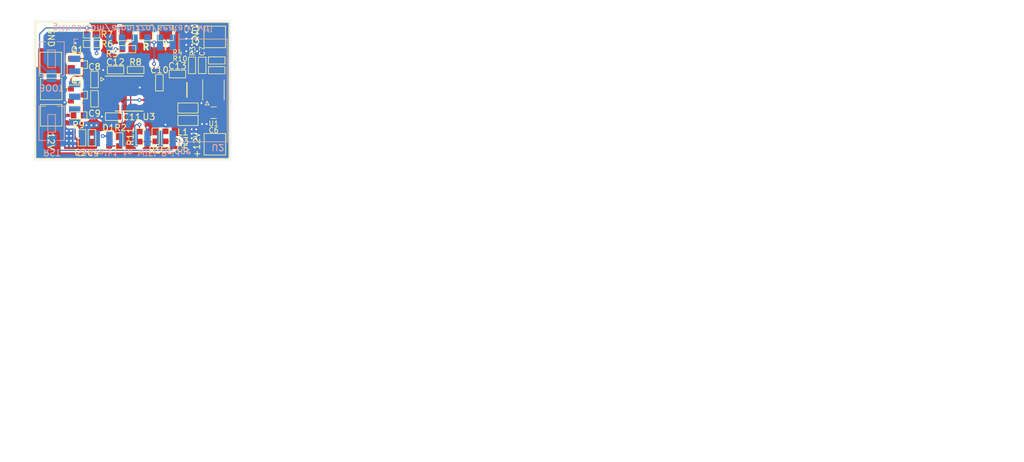
<source format=kicad_pcb>
(kicad_pcb (version 20220621) (generator pcbnew)
  (layers (0 "F.Cu" signal) (31 "B.Cu" signal) (34 "B.Paste" user) (35 "F.Paste" user) (36 "B.SilkS" user "B.Silkscreen") (37 "F.SilkS" user "F.Silkscreen") (38 "B.Mask" user) (39 "F.Mask" user) (44 "Edge.Cuts" user))
  (net 0 "")
  (net 1 "GND")
  (net 2 "+3V3")
  (net 3 "/12VFB")
  (net 4 "+12V")
  (net 11 "/~{RST}")
  (net 12 "/BOOT")
  (net 13 "/UART0_RXD")
  (net 14 "/SEATALK1")
  (net 16 "/C1P")
  (net 17 "/C1M")
  (net 18 "/UART0_TXD")
  (net 19 "/C2P")
  (net 20 "/C2M")
  (net 21 "/VM")
  (net 22 "/LED")
  (net 24 "/VP")
  (net 25 "/BST")
  (net 26 "/SW")
  (net 27 "Net-(D1-A)")
  (net 28 "/TXD")
  (net 29 "/RXD")
  (net 30 "/SW_EN")
  (net 33 "/UART1_TXD")
  (net 34 "/GPIO15")
  (net 35 "/ROUT")
  (net 36 "Net-(U2-GPIO14)")
  (net 38 "Net-(U2-GPIO16)")
  (footprint "resistor_SMD:R_0603_1608Metric" (layer "F.Cu") (at 151.8 95.25)
    (fp_text reference "R4" (at -6.2 -1.25) (layer "F.SilkS") (effects (font (size 0.8 0.8) (thickness 0.12))))
    (fp_text value "24K")
    (pad "1" smd rect (at -0.7875 0) (size 0.875 0.95) (layers "F.Cu" "F.Paste" "F.Mask") (net 3 "/12VFB"))
    (pad "2" smd rect (at 0.7875 0) (size 0.875 0.95) (layers "F.Cu" "F.Paste" "F.Mask") (net 1 "GND"))
  )
  (footprint "led_SMD:LED_0603_1608Metric" (layer "F.Cu") (at 134.8 108 90)
    (fp_text reference "D1" (at 2.0828 -0.1) (layer "F.SilkS"))
    (fp_text value "LED_A1K2")
    (pad "1" smd roundrect locked (at -0.7875 0 90) (size 0.875 0.95) (layers "F.Cu" "F.Paste" "F.Mask") (net 27 "Net-(D1-A)"))
    (pad "2" smd roundrect locked (at 0.7875 0 90) (size 0.875 0.95) (layers "F.Cu" "F.Paste" "F.Mask") (net 22 "/LED"))
  )
  (footprint "resistor_SMD:R_0603_1608Metric" (layer "F.Cu") (at 151.8 96.81 180)
    (fp_text reference "R10" (at 5.8 1.81) (layer "F.SilkS") (effects (font (size 0.8 0.8) (thickness 0.12))))
    (fp_text value "10K")
    (pad "1" smd rect (at -0.7875 0 180) (size 0.875 0.95) (layers "F.Cu" "F.Paste" "F.Mask") (net 4 "+12V"))
    (pad "2" smd rect (at 0.7875 0 180) (size 0.875 0.95) (layers "F.Cu" "F.Paste" "F.Mask") (net 30 "/SW_EN"))
  )
  (footprint "capacitor_SMD:C_0603_1608Metric" (layer "F.Cu") (at 149.5 96.04 90)
    (fp_text reference "C7" (at 2.24 0 90) (layer "F.SilkS") (effects (font (size 0.8 0.8) (thickness 0.12))))
    (fp_text value "47pF")
    (pad "1" smd rect (at -0.7875 0 90) (size 0.875 0.95) (layers "F.Cu" "F.Paste" "F.Mask") (net 2 "+3V3"))
    (pad "2" smd rect (at 0.7875 0 90) (size 0.875 0.95) (layers "F.Cu" "F.Paste" "F.Mask") (net 3 "/12VFB"))
  )
  (footprint "bourns:INDC3225X120N" (layer "F.Cu") (at 147.1022 99.9133)
    (fp_text reference "L1" (at -0.66 6.68) (layer "F.SilkS"))
    (fp_text value "3.3uH" hide)
    (pad "1" smd rect (at -1.15 0) (size 1.85 2.8) (layers "F.Cu" "F.Paste" "F.Mask") (net 2 "+3V3"))
    (pad "2" smd rect (at 1.15 0) (size 1.85 2.8) (layers "F.Cu" "F.Paste" "F.Mask") (net 26 "/SW"))
  )
  (footprint "capacitor_SMD:C_0603_1608Metric" (layer "F.Cu") (at 132.4864 101.3205 -90)
    (fp_text reference "C9" (at 2.3115 0 -180) (layer "F.SilkS"))
    (fp_text value "0.1uF")
    (pad "1" smd rect (at -0.7875 0 270) (size 0.875 0.95) (layers "F.Cu" "F.Paste" "F.Mask") (net 19 "/C2P"))
    (pad "2" smd rect (at 0.7875 0 270) (size 0.875 0.95) (layers "F.Cu" "F.Paste" "F.Mask") (net 20 "/C2M"))
  )
  (footprint "test_point:TestPoint_Pad_3.0x3.0mm" (layer "F.Cu") (at 125.6284 99.7712)
    (fp_text reference "MK5" hide)
    (fp_text value "SeaTalk1")
    (pad "1" smd rect locked (at 0 0) (size 3 3) (layers "F.Cu" "F.Mask") (net 14 "/SEATALK1"))
  )
  (footprint "package_TO_SOT_SMD:SOT23-3" (layer "F.Cu") (at 129.7686 95.9104)
    (fp_text reference "Q1" (at -0.0086 -2.3404) (layer "F.SilkS"))
    (fp_text value "2n7002")
    (pad "1" smd rect (at -1 -0.95) (size 0.9 0.8) (layers "F.Cu" "F.Paste" "F.Mask") (net 28 "/TXD"))
    (pad "2" smd rect (at -1 0.95) (size 0.9 0.8) (layers "F.Cu" "F.Paste" "F.Mask") (net 1 "GND"))
    (pad "3" smd rect (at 1 0) (size 0.9 0.8) (layers "F.Cu" "F.Paste" "F.Mask") (net 14 "/SEATALK1"))
  )
  (footprint "resistor_SMD:R_0603_1608Metric" (layer "F.Cu") (at 136.4 108 -90)
    (fp_text reference "R2" (at -2.1 -0.2) (layer "F.SilkS"))
    (fp_text value "1000")
    (pad "1" smd rect (at -0.7875 0 270) (size 0.875 0.95) (layers "F.Cu" "F.Paste" "F.Mask") (net 2 "+3V3"))
    (pad "2" smd rect (at 0.7875 0 270) (size 0.875 0.95) (layers "F.Cu" "F.Paste" "F.Mask") (net 27 "Net-(D1-A)"))
  )
  (footprint "test_point:TestPoint_Pad_3.0x3.0mm" (layer "F.Cu") (at 125.5776 95.6564)
    (fp_text reference "MK8" hide)
    (fp_text value "GND")
    (pad "1" smd rect locked (at 0 0) (size 3 3) (layers "F.Cu" "F.Mask") (net 1 "GND"))
  )
  (footprint "capacitor_SMD:C_0603_1608Metric" (layer "F.Cu") (at 143.7 107.25 90)
    (fp_text reference "C1" (at -2.2 0.15 180) (layer "F.SilkS"))
    (fp_text value "0.1uF")
    (pad "1" smd rect (at -0.7875 0 90) (size 0.875 0.95) (layers "F.Cu" "F.Paste" "F.Mask") (net 11 "/~{RST}"))
    (pad "2" smd rect (at 0.7875 0 90) (size 0.875 0.95) (layers "F.Cu" "F.Paste" "F.Mask") (net 1 "GND"))
  )
  (footprint "package_SO:TSSOP-16_4.4x5mm_P0.65mm" (layer "F.Cu") (at 137.9728 100.5332)
    (fp_text reference "U3" (at 3.1242 3.6322) (layer "F.SilkS"))
    (fp_text value "MAX3221_TSSOP16")
    (pad "1" smd rect locked (at -2.95 -2.275) (size 1.5 0.45) (layers "F.Cu" "F.Paste" "F.Mask") (net 1 "GND"))
    (pad "2" smd rect locked (at -2.95 -1.625) (size 1.5 0.45) (layers "F.Cu" "F.Paste" "F.Mask") (net 16 "/C1P"))
    (pad "3" smd rect locked (at -2.95 -0.975) (size 1.5 0.45) (layers "F.Cu" "F.Paste" "F.Mask") (net 24 "/VP"))
    (pad "4" smd rect locked (at -2.95 -0.325) (size 1.5 0.45) (layers "F.Cu" "F.Paste" "F.Mask") (net 17 "/C1M"))
    (pad "5" smd rect locked (at -2.95 0.325) (size 1.5 0.45) (layers "F.Cu" "F.Paste" "F.Mask") (net 19 "/C2P"))
    (pad "6" smd rect locked (at -2.95 0.975) (size 1.5 0.45) (layers "F.Cu" "F.Paste" "F.Mask") (net 20 "/C2M"))
    (pad "7" smd rect locked (at -2.95 1.625) (size 1.5 0.45) (layers "F.Cu" "F.Paste" "F.Mask") (net 21 "/VM"))
    (pad "8" smd rect locked (at -2.95 2.275) (size 1.5 0.45) (layers "F.Cu" "F.Paste" "F.Mask") (net 29 "/RXD"))
    (pad "9" smd rect locked (at 2.95 2.275) (size 1.5 0.45) (layers "F.Cu" "F.Paste" "F.Mask") (net 35 "/ROUT"))
    (pad "10" smd rect locked (at 2.95 1.625) (size 1.5 0.45) (layers "F.Cu" "F.Paste" "F.Mask"))
    (pad "11" smd rect locked (at 2.95 0.975) (size 1.5 0.45) (layers "F.Cu" "F.Paste" "F.Mask") (net 36 "Net-(U2-GPIO14)"))
    (pad "12" smd rect locked (at 2.95 0.325) (size 1.5 0.45) (layers "F.Cu" "F.Paste" "F.Mask") (net 2 "+3V3"))
    (pad "13" smd rect locked (at 2.95 -0.325) (size 1.5 0.45) (layers "F.Cu" "F.Paste" "F.Mask") (net 28 "/TXD"))
    (pad "14" smd rect locked (at 2.95 -0.975) (size 1.5 0.45) (layers "F.Cu" "F.Paste" "F.Mask") (net 1 "GND"))
    (pad "15" smd rect locked (at 2.95 -1.625) (size 1.5 0.45) (layers "F.Cu" "F.Paste" "F.Mask") (net 2 "+3V3"))
    (pad "16" smd rect locked (at 2.95 -2.275) (size 1.5 0.45) (layers "F.Cu" "F.Paste" "F.Mask") (net 2 "+3V3"))
  )
  (footprint "capacitor_SMD:C_0805_2012Metric" (layer "F.Cu") (at 147.27 104.75)
    (fp_text reference "C5" (at -0.86 4.47) (layer "F.SilkS"))
    (fp_text value "22uF")
    (pad "1" smd rect (at -0.85 0) (size 1.15 1.4) (layers "F.Cu" "F.Paste" "F.Mask") (net 2 "+3V3"))
    (pad "2" smd rect (at 0.85 0) (size 1.15 1.4) (layers "F.Cu" "F.Paste" "F.Mask") (net 1 "GND"))
  )
  (footprint "resistor_SMD:R_0603_1608Metric" (layer "F.Cu") (at 139.6 107.3 90)
    (fp_text reference "R11" (at 0 -1.43 90) (layer "F.SilkS"))
    (fp_text value "10K")
    (pad "1" smd rect (at -0.7875 0 90) (size 0.875 0.95) (layers "F.Cu" "F.Paste" "F.Mask") (net 11 "/~{RST}"))
    (pad "2" smd rect (at 0.7875 0 90) (size 0.875 0.95) (layers "F.Cu" "F.Paste" "F.Mask") (net 38 "Net-(U2-GPIO16)"))
  )
  (footprint "resistor_SMD:R_0603_1608Metric" (layer "F.Cu") (at 138.9888 96.774 180)
    (fp_text reference "R8" (at 0.0254 1.2446) (layer "F.SilkS"))
    (fp_text value "10K")
    (pad "1" smd rect (at -0.7875 0 180) (size 0.875 0.95) (layers "F.Cu" "F.Paste" "F.Mask") (net 13 "/UART0_RXD"))
    (pad "2" smd rect (at 0.7875 0 180) (size 0.875 0.95) (layers "F.Cu" "F.Paste" "F.Mask") (net 35 "/ROUT"))
  )
  (footprint "capacitor_SMD:C_1206_3216Metric" (layer "F.Cu") (at 151.3232 103.514 180)
    (fp_text reference "C6" (at 0.0032 -2.7827) (layer "F.SilkS") (effects (font (size 0.8 0.8) (thickness 0.12))))
    (fp_text value "10uF")
    (pad "1" smd rect locked (at -1.4 0 180) (size 1.25 1.75) (layers "F.Cu" "F.Paste" "F.Mask") (net 4 "+12V"))
    (pad "2" smd rect locked (at 1.4 0 180) (size 1.25 1.75) (layers "F.Cu" "F.Paste" "F.Mask") (net 1 "GND"))
  )
  (footprint "capacitor_SMD:C_0603_1608Metric" (layer "F.Cu") (at 145.6 97.41 180)
    (fp_text reference "C13" (at 0 1.27) (layer "F.SilkS"))
    (fp_text value "0.1uF")
    (pad "1" smd rect (at -0.7875 0 180) (size 0.875 0.95) (layers "F.Cu" "F.Paste" "F.Mask") (net 25 "/BST"))
    (pad "2" smd rect (at 0.7875 0 180) (size 0.875 0.95) (layers "F.Cu" "F.Paste" "F.Mask") (net 26 "/SW"))
  )
  (footprint "resistor_SMD:R_0603_1608Metric" (layer "F.Cu") (at 132.0292 92.6592 180)
    (fp_text reference "R6" (at -2.4384 0) (layer "F.SilkS"))
    (fp_text value "10K")
    (pad "1" smd rect (at -0.7875 0 180) (size 0.875 0.95) (layers "F.Cu" "F.Paste" "F.Mask") (net 34 "/GPIO15"))
    (pad "2" smd rect (at 0.7875 0 180) (size 0.875 0.95) (layers "F.Cu" "F.Paste" "F.Mask") (net 1 "GND"))
  )
  (footprint "capacitor_SMD:C_0603_1608Metric" (layer "F.Cu") (at 132.4864 98.2726 -90)
    (fp_text reference "C8" (at -1.9926 0.0064 -180) (layer "F.SilkS"))
    (fp_text value "0.1uF")
    (pad "1" smd rect (at -0.7875 0 270) (size 0.875 0.95) (layers "F.Cu" "F.Paste" "F.Mask") (net 16 "/C1P"))
    (pad "2" smd rect (at 0.7875 0 270) (size 0.875 0.95) (layers "F.Cu" "F.Paste" "F.Mask") (net 17 "/C1M"))
  )
  (footprint "capacitor_SMD:C_0603_1608Metric" (layer "F.Cu") (at 135.8138 96.774 180)
    (fp_text reference "C12" (at 0.0254 1.2446) (layer "F.SilkS"))
    (fp_text value "0.1uF")
    (pad "1" smd rect (at -0.7875 0 180) (size 0.875 0.95) (layers "F.Cu" "F.Paste" "F.Mask") (net 24 "/VP"))
    (pad "2" smd rect (at 0.7875 0 180) (size 0.875 0.95) (layers "F.Cu" "F.Paste" "F.Mask") (net 1 "GND"))
  )
  (footprint "capacitor_SMD:C_0603_1608Metric" (layer "F.Cu") (at 135.509 104.14 180)
    (fp_text reference "C11" (at -2.891 -0.06) (layer "F.SilkS"))
    (fp_text value "0.1uF")
    (pad "1" smd rect (at -0.7875 0 180) (size 0.875 0.95) (layers "F.Cu" "F.Paste" "F.Mask") (net 21 "/VM"))
    (pad "2" smd rect (at 0.7875 0 180) (size 0.875 0.95) (layers "F.Cu" "F.Paste" "F.Mask") (net 1 "GND"))
  )
  (footprint "package_TO_SOT_SMD:SOT23-6" (layer "F.Cu") (at 151.29 99.91 90)
    (fp_text reference "U1" (at -5.33 0.0322 180) (layer "F.SilkS") (effects (font (size 0.8 0.8) (thickness 0.12))))
    (fp_text value "AP62300_SOT23-6")
    (pad "1" smd rect (at -1.1 -0.95 90) (size 1.06 0.65) (layers "F.Cu" "F.Paste" "F.Mask") (net 1 "GND"))
    (pad "2" smd rect (at -1.1 0 90) (size 1.06 0.65) (layers "F.Cu" "F.Paste" "F.Mask") (net 26 "/SW"))
    (pad "3" smd rect (at -1.1 0.95 90) (size 1.06 0.65) (layers "F.Cu" "F.Paste" "F.Mask") (net 4 "+12V"))
    (pad "4" smd rect (at 1.1 0.95 90) (size 1.06 0.65) (layers "F.Cu" "F.Paste" "F.Mask") (net 3 "/12VFB"))
    (pad "5" smd rect (at 1.1 0 90) (size 1.06 0.65) (layers "F.Cu" "F.Paste" "F.Mask") (net 30 "/SW_EN"))
    (pad "6" smd rect (at 1.1 -0.95 90) (size 1.06 0.65) (layers "F.Cu" "F.Paste" "F.Mask") (net 25 "/BST"))
  )
  (footprint "package_TO_SOT_SMD:SOT23-3" (layer "F.Cu") (at 129.7686 100.72)
    (fp_text reference "Q2" (at 0 -2.32) (layer "F.SilkS"))
    (fp_text value "BSS138")
    (pad "1" smd rect (at -1 -0.95) (size 0.9 0.8) (layers "F.Cu" "F.Paste" "F.Mask") (net 14 "/SEATALK1"))
    (pad "2" smd rect (at -1 0.95) (size 0.9 0.8) (layers "F.Cu" "F.Paste" "F.Mask") (net 1 "GND"))
    (pad "3" smd rect (at 1 0) (size 0.9 0.8) (layers "F.Cu" "F.Paste" "F.Mask") (net 29 "/RXD"))
  )
  (footprint "test_point:TestPoint_Pad_2.0x2.0mm" (layer "F.Cu") (at 140.592 90.932)
    (fp_text reference "MK4" hide)
    (fp_text value "RXD")
    (pad "1" smd rect locked (at 0 0) (size 2 2) (layers "F.Cu" "F.Mask") (net 13 "/UART0_RXD"))
  )
  (footprint "capacitor_SMD:C_0603_1608Metric" (layer "F.Cu") (at 130.5052 107.4928 -90)
    (fp_text reference "C2" (at 2.3368 0.2286) (layer "F.SilkS"))
    (fp_text value "0.1uF")
    (pad "1" smd rect (at -0.7875 0 270) (size 0.875 0.95) (layers "F.Cu" "F.Paste" "F.Mask") (net 2 "+3V3"))
    (pad "2" smd rect (at 0.7875 0 270) (size 0.875 0.95) (layers "F.Cu" "F.Paste" "F.Mask") (net 1 "GND"))
  )
  (footprint "capacitor_SMD:C_0603_1608Metric" (layer "F.Cu") (at 132.08 107.4928 -90)
    (fp_text reference "C4" (at 2.3622 -0.2032) (layer "F.SilkS"))
    (fp_text value "1uF")
    (pad "1" smd rect (at -0.7875 0 270) (size 0.875 0.95) (layers "F.Cu" "F.Paste" "F.Mask") (net 2 "+3V3"))
    (pad "2" smd rect (at 0.7875 0 270) (size 0.875 0.95) (layers "F.Cu" "F.Paste" "F.Mask") (net 1 "GND"))
  )
  (footprint "resistor_SMD:R_0603_1608Metric" (layer "F.Cu") (at 147.9 96.04 90)
    (fp_text reference "R3" (at 2.24 0.1 90) (layer "F.SilkS") (effects (font (size 0.8 0.8) (thickness 0.12))))
    (fp_text value "75K")
    (pad "1" smd rect (at -0.7875 0 90) (size 0.875 0.95) (layers "F.Cu" "F.Paste" "F.Mask") (net 2 "+3V3"))
    (pad "2" smd rect (at 0.7875 0 90) (size 0.875 0.95) (layers "F.Cu" "F.Paste" "F.Mask") (net 3 "/12VFB"))
  )
  (footprint "resistor_SMD:R_0603_1608Metric" (layer "F.Cu") (at 132.0292 91.1352 180)
    (fp_text reference "R7" (at -2.413 0) (layer "F.SilkS"))
    (fp_text value "10K")
    (pad "1" smd rect (at -0.7875 0 180) (size 0.875 0.95) (layers "F.Cu" "F.Paste" "F.Mask") (net 2 "+3V3"))
    (pad "2" smd rect (at 0.7875 0 180) (size 0.875 0.95) (layers "F.Cu" "F.Paste" "F.Mask") (net 12 "/BOOT"))
  )
  (footprint "capacitor_SMD:C_0603_1608Metric" (layer "F.Cu") (at 142.748 98.7806 -90)
    (fp_text reference "C10" (at -2.0066 0 -180) (layer "F.SilkS"))
    (fp_text value "0.1uF")
    (pad "1" smd rect (at -0.7875 0 270) (size 0.875 0.95) (layers "F.Cu" "F.Paste" "F.Mask") (net 2 "+3V3"))
    (pad "2" smd rect (at 0.7875 0 270) (size 0.875 0.95) (layers "F.Cu" "F.Paste" "F.Mask") (net 1 "GND"))
  )
  (footprint "test_point:TestPoint_Pad_3.0x3.0mm" (layer "F.Cu") (at 151.52 108.51)
    (fp_text reference "MK1" hide)
    (fp_text value "+12V")
    (pad "1" smd rect locked (at 0 0) (size 3 3) (layers "F.Cu" "F.Mask") (net 4 "+12V"))
  )
  (footprint "test_point:TestPoint_Pad_3.0x3.0mm" (layer "F.Cu") (at 151.5 91.54)
    (fp_text reference "MK2" hide)
    (fp_text value "GND")
    (pad "1" smd rect locked (at 0 0) (size 3 3) (layers "F.Cu" "F.Mask") (net 1 "GND"))
  )
  (footprint "test_point:TestPoint_Pad_3.0x3.0mm" (layer "F.Cu") (at 125.6284 103.9368)
    (fp_text reference "MK7" hide)
    (fp_text value "SEATALK_12V")
    (pad "1" smd rect locked (at 0 0) (size 3 3) (layers "F.Cu" "F.Mask") (net 4 "+12V"))
  )
  (footprint "test_point:TestPoint_Pad_2.0x2.0mm" (layer "F.Cu") (at 143.742 90.932)
    (fp_text reference "MK3" hide)
    (fp_text value "TXD")
    (pad "1" smd rect locked (at 0 0) (size 2 2) (layers "F.Cu" "F.Mask") (net 18 "/UART0_TXD"))
  )
  (footprint "resistor_SMD:R_0603_1608Metric" (layer "F.Cu") (at 142.15 107.25 -90)
    (fp_text reference "R1" (at 2.2 0.15) (layer "F.SilkS"))
    (fp_text value "10K")
    (pad "1" smd rect (at -0.7875 0 270) (size 0.875 0.95) (layers "F.Cu" "F.Paste" "F.Mask") (net 2 "+3V3"))
    (pad "2" smd rect (at 0.7875 0 270) (size 0.875 0.95) (layers "F.Cu" "F.Paste" "F.Mask") (net 11 "/~{RST}"))
  )
  (footprint "resistor_SMD:R_0603_1608Metric" (layer "F.Cu") (at 129.97 103.94 180)
    (fp_text reference "R9" (at 0.01 -1.51) (layer "F.SilkS"))
    (fp_text value "4700")
    (pad "1" smd rect (at -0.7875 0 180) (size 0.875 0.95) (layers "F.Cu" "F.Paste" "F.Mask") (net 29 "/RXD"))
    (pad "2" smd rect (at 0.7875 0 180) (size 0.875 0.95) (layers "F.Cu" "F.Paste" "F.Mask") (net 4 "+12V"))
  )
  (footprint "test_point:TestPoint_Pad_2.0x2.0mm" (layer "F.Cu") (at 137.4648 90.932)
    (fp_text reference "MK6" hide)
    (fp_text value "UART1")
    (pad "1" smd rect locked (at 0 0) (size 2 2) (layers "F.Cu" "F.Mask") (net 33 "/UART1_TXD"))
  )
  (footprint "capacitor_SMD:C_0805_2012Metric" (layer "F.Cu") (at 147.27 102.78)
    (fp_text reference "C3" (at -0.85 5.22) (layer "F.SilkS"))
    (fp_text value "22uF")
    (pad "1" smd rect (at -0.85 0) (size 1.15 1.4) (layers "F.Cu" "F.Paste" "F.Mask") (net 2 "+3V3"))
    (pad "2" smd rect (at 0.85 0) (size 1.15 1.4) (layers "F.Cu" "F.Paste" "F.Mask") (net 1 "GND"))
  )
  (footprint "resistor_SMD:R_0603_1608Metric" (layer "F.Cu") (at 137.6934 93.472 180)
    (fp_text reference "R5" (at 2.4384 -0.7366 180) (layer "F.SilkS"))
    (fp_text value "10K")
    (pad "1" smd rect (at -0.7875 0 180) (size 0.875 0.95) (layers "F.Cu" "F.Paste" "F.Mask") (net 2 "+3V3"))
    (pad "2" smd rect (at 0.7875 0 180) (size 0.875 0.95) (layers "F.Cu" "F.Paste" "F.Mask") (net 33 "/UART1_TXD"))
  )
  (footprint "apem:ADTSM31NV" (layer "B.Cu") (at 125.7 95 -90)
    (fp_text reference "SW2" hide)
    (fp_text value "SW_SPST")
    (pad "1" smd rect (at -2.7 0 270) (size 2 1.6) (layers "B.Cu" "B.Paste" "B.Mask") (net 1 "GND"))
    (pad "2" smd rect (at 2.7 0 270) (size 2 1.6) (layers "B.Cu" "B.Paste" "B.Mask") (net 12 "/BOOT"))
  )
  (footprint "apem:ADTSM31NV" (layer "B.Cu") (at 125.7 105.2 -90)
    (fp_text reference "SW1" hide)
    (fp_text value "SW_SPST")
    (pad "1" smd rect (at -2.7 0 270) (size 2 1.6) (layers "B.Cu" "B.Paste" "B.Mask") (net 1 "GND"))
    (pad "2" smd rect (at 2.7 0 270) (size 2 1.6) (layers "B.Cu" "B.Paste" "B.Mask") (net 11 "/~{RST}"))
  )
  (footprint "espressif:ESP-12E" (layer "B.Cu") (at 141.35 100 90)
    (fp_text reference "U2" (at -9 10.65 180 unlocked) (layer "B.SilkS") (effects (justify mirror)))
    (fp_text value "ESP-12E")
    (pad "1" smd rect (at -7.6 3.5 90) (size 2.5 1) (layers "B.Cu" "B.Paste" "B.Mask") (net 11 "/~{RST}"))
    (pad "2" smd rect (at -7.6 1.5 90) (size 2.5 1) (layers "B.Cu" "B.Paste" "B.Mask"))
    (pad "3" smd rect (at -7.6 -0.5 90) (size 2.5 1) (layers "B.Cu" "B.Paste" "B.Mask") (net 2 "+3V3"))
    (pad "4" smd rect (at -7.6 -2.5 90) (size 2.5 1) (layers "B.Cu" "B.Paste" "B.Mask") (net 38 "Net-(U2-GPIO16)"))
    (pad "5" smd rect (at -7.6 -4.5 90) (size 2.5 1) (layers "B.Cu" "B.Paste" "B.Mask") (net 36 "Net-(U2-GPIO14)"))
    (pad "6" smd rect (at -7.6 -6.5 90) (size 2.5 1) (layers "B.Cu" "B.Paste" "B.Mask") (net 22 "/LED"))
    (pad "7" smd rect (at -7.6 -8.5 90) (size 2.5 1) (layers "B.Cu" "B.Paste" "B.Mask"))
    (pad "8" smd rect (at -7.6 -10.5 90) (size 2.5 1) (layers "B.Cu" "B.Paste" "B.Mask") (net 2 "+3V3"))
    (pad "9" smd rect (at -5 -12 90) (size 1 1.8) (layers "B.Cu" "B.Paste" "B.Mask"))
    (pad "10" smd rect (at -3 -12 90) (size 1 1.8) (layers "B.Cu" "B.Paste" "B.Mask"))
    (pad "11" smd rect (at -1 -12 90) (size 1 1.8) (layers "B.Cu" "B.Paste" "B.Mask"))
    (pad "12" smd rect (at 1 -12 90) (size 1 1.8) (layers "B.Cu" "B.Paste" "B.Mask"))
    (pad "13" smd rect (at 3 -12 90) (size 1 1.8) (layers "B.Cu" "B.Paste" "B.Mask"))
    (pad "14" smd rect (at 5 -12 90) (size 1 1.8) (layers "B.Cu" "B.Paste" "B.Mask"))
    (pad "15" smd rect (at 7.6 -10.5 90) (size 2.5 1) (layers "B.Cu" "B.Paste" "B.Mask") (net 1 "GND"))
    (pad "16" smd rect (at 7.6 -8.5 90) (size 2.5 1) (layers "B.Cu" "B.Paste" "B.Mask") (net 34 "/GPIO15"))
    (pad "17" smd rect (at 7.6 -6.5 90) (size 2.5 1) (layers "B.Cu" "B.Paste" "B.Mask") (net 33 "/UART1_TXD"))
    (pad "18" smd rect (at 7.6 -4.5 90) (size 2.5 1) (layers "B.Cu" "B.Paste" "B.Mask") (net 12 "/BOOT"))
    (pad "19" smd rect (at 7.6 -2.5 90) (size 2.5 1) (layers "B.Cu" "B.Paste" "B.Mask"))
    (pad "20" smd rect (at 7.6 -0.5 90) (size 2.5 1) (layers "B.Cu" "B.Paste" "B.Mask"))
    (pad "21" smd rect (at 7.6 1.5 90) (size 2.5 1) (layers "B.Cu" "B.Paste" "B.Mask") (net 13 "/UART0_RXD"))
    (pad "22" smd rect (at 7.6 3.5 90) (size 2.5 1) (layers "B.Cu" "B.Paste" "B.Mask") (net 18 "/UART0_TXD"))
  )
  (gr_line (start 123.2 110.75) (end 123.2 89.25) (stroke (width 0.12)) (layer "F.SilkS"))
  (gr_line (start 153.75 110.75) (end 123.2 110.75) (stroke (width 0.12)) (layer "F.SilkS"))
  (gr_line (start 153.75 89.25) (end 153.75 110.75) (stroke (width 0.12)) (layer "F.SilkS"))
  (gr_line (start 123.2 89.25) (end 153.75 89.25) (stroke (width 0.12)) (layer "F.SilkS"))
  (gr_line (start 123 111) (end 123 89) (stroke (width 0.05)) (layer "Edge.Cuts"))
  (gr_line (start 154 111) (end 123 111) (stroke (width 0.05)) (layer "Edge.Cuts"))
  (gr_line (start 154 89) (end 154 111) (stroke (width 0.05)) (layer "Edge.Cuts"))
  (gr_line (start 123 89) (end 154 89) (stroke (width 0.05)) (layer "Edge.Cuts"))
  (gr_text "SeaTalk1 to WiFi Bridge" (at 138.7 109.8 180) (layer "B.SilkS") (effects (font (size 1 1)) (justify mirror)))
  (gr_text "RST" (at 125.73 109.8042 180) (layer "B.SilkS") (effects (font (size 1 1)) (justify mirror)))
  (gr_text "BOOT" (at 125.6284 99.568 540) (layer "B.SilkS") (effects (font (size 1 1)) (justify mirror)))
  (gr_text "github.com/atonizzo/seatalk_wifi" (at 138.5316 90.1954 180) (layer "B.SilkS") (effects (font (size 1 1)) (justify mirror)))
  (gr_text "12V" (at 125.603 108.0262 270) (layer "F.SilkS") (effects (font (size 1 1))))
  (gr_text "GND" (at 148.5 91.3 90) (layer "F.SilkS") (effects (font (size 1 1))))
  (gr_text "T" (at 143.71 93.13) (layer "F.SilkS") (effects (font (size 1 1) (thickness 0.25) bold)))
  (gr_text "GND" (at 125.6284 91.6178 270) (layer "F.SilkS") (effects (font (size 1 1))))
  (gr_text "R" (at 140.6112 93.13) (layer "F.SilkS") (effects (font (size 1 1) (thickness 0.25) bold)))
  (gr_text "+12V" (at 148.6662 108.6358 90) (layer "F.SilkS") (effects (font (size 1 1))))
  (segment (start 140.9228 99.5582) (end 139.6648 99.5582) (width 0.35) (layer "F.Cu") (net 1))
  (segment (start 135.0228 96.7775) (end 135.0263 96.774) (width 0.2) (layer "F.Cu") (net 1))
  (segment (start 143.7 106.4625) (end 143.7 105.4232) (width 0.2) (layer "F.Cu") (net 1))
  (segment (start 140.9228 99.5582) (end 142.7381 99.5582) (width 0.35) (layer "F.Cu") (net 1))
  (segment (start 128.7686 101.869) (end 127.7724 101.869) (width 0.2) (layer "F.Cu") (net 1))
  (segment (start 127.7724 101.869) (end 127.762 101.8794) (width 0.2) (layer "F.Cu") (net 1))
  (segment (start 139.6648 99.5582) (end 139.6492 99.5426) (width 0.2) (layer "F.Cu") (net 1))
  (segment (start 142.7381 99.5582) (end 142.748 99.5681) (width 0.2) (layer "F.Cu") (net 1))
  (segment (start 152.58 92.62) (end 151.5 91.54) (width 0.2) (layer "F.Cu") (net 1))
  (segment (start 134.7215 104.14) (end 133.6548 104.14) (width 0.2) (layer "F.Cu") (net 1))
  (segment (start 143.7 105.4232) (end 143.7132 105.41) (width 0.2) (layer "F.Cu") (net 1))
  (segment (start 135.0263 96.774) (end 133.858 96.774) (width 0.5) (layer "F.Cu") (net 1))
  (segment (start 135.0228 98.2582) (end 135.0228 96.7775) (width 0.5) (layer "F.Cu") (net 1))
  (via (at 128.77 106.3772) (size 0.6) (drill 0.3) (layers "F.Cu" "B.Cu") (net 1))
  (via (at 128.11 107.19) (size 0.6) (drill 0.3) (layers "F.Cu" "B.Cu") (net 1))
  (via (at 148.56 107.56) (size 0.6) (drill 0.3) (layers "F.Cu" "B.Cu") (net 1))
  (via (at 147 91.8) (size 0.6) (drill 0.3) (layers "F.Cu" "B.Cu") (net 1))
  (via (at 147.8488 106.85) (size 0.6) (drill 0.3) (layers "F.Cu" "B.Cu") (net 1))
  (via (at 127.762 101.8794) (size 0.6) (drill 0.3) (layers "F.Cu" "B.Cu") (net 1))
  (via (at 150.2 105.31) (size 0.6) (drill 0.3) (layers "F.Cu" "B.Cu") (net 1))
  (via (at 148.7 89.8) (size 0.6) (drill 0.3) (layers "F.Cu" "B.Cu") (net 1))
  (via (at 147 90.8) (size 0.6) (drill 0.3) (layers "F.Cu" "B.Cu") (net 1))
  (via (at 129.4892 93.3196) (size 0.6) (drill 0.3) (layers "F.Cu" "B.Cu") (net 1))
  (via (at 148.56 106.85) (size 0.6) (drill 0.3) (layers "F.Cu" "B.Cu") (net 1))
  (via (at 129.4892 92.5068) (size 0.6) (drill 0.3) (layers "F.Cu" "B.Cu") (net 1))
  (via (at 147 92.8) (size 0.6) (drill 0.3) (layers "F.Cu" "B.Cu") (net 1))
  (via (at 147.9 93.8) (size 0.6) (drill 0.3) (layers "F.Cu" "B.Cu") (net 1))
  (via (at 149.4 102) (size 0.6) (drill 0.3) (layers "F.Cu" "B.Cu") (net 1))
  (via (at 149.4888 105.31) (size 0.6) (drill 0.3) (layers "F.Cu" "B.Cu") (net 1))
  (via (at 143.7132 105.41) (size 0.6) (drill 0.3) (layers "F.Cu" "B.Cu") (net 1))
  (via (at 148.7 91.8) (size 0.6) (drill 0.3) (layers "F.Cu" "B.Cu") (net 1))
  (via (at 128.77 107.19) (size 0.6) (drill 0.3) (layers "F.Cu" "B.Cu") (net 1))
  (via (at 148.7 90.8) (size 0.6) (drill 0.3) (layers "F.Cu" "B.Cu") (net 1))
  (via (at 129.41 108.77) (size 0.6) (drill 0.3) (layers "F.Cu" "B.Cu") (net 1))
  (via (at 129.41 107.9572) (size 0.6) (drill 0.3) (layers "F.Cu" "B.Cu") (net 1))
  (via (at 147.9 92.8) (size 0.6) (drill 0.3) (layers "F.Cu" "B.Cu") (net 1))
  (via (at 148.7 92.8) (size 0.6) (drill 0.3) (layers "F.Cu" "B.Cu") (net 1))
  (via (at 133.858 96.774) (size 0.6) (drill 0.3) (layers "F.Cu" "B.Cu") (net 1))
  (via (at 147.8488 107.56) (size 0.6) (drill 0.3) (layers "F.Cu" "B.Cu") (net 1))
  (via (at 147.9 90.8) (size 0.6) (drill 0.3) (layers "F.Cu" "B.Cu") (net 1))
  (via (at 128.77 107.957284) (size 0.6) (drill 0.3) (layers "F.Cu" "B.Cu") (net 1))
  (via (at 148.7 93.8) (size 0.6) (drill 0.3) (layers "F.Cu" "B.Cu") (net 1))
  (via (at 147 93.8) (size 0.6) (drill 0.3) (layers "F.Cu" "B.Cu") (net 1))
  (via (at 128.11 107.957284) (size 0.6) (drill 0.3) (layers "F.Cu" "B.Cu") (net 1))
  (via (at 139.6492 99.5426) (size 0.6) (drill 0.3) (layers "F.Cu" "B.Cu") (net 1))
  (via (at 128.11 106.3772) (size 0.6) (drill 0.3) (layers "F.Cu" "B.Cu") (net 1))
  (via (at 147.8488 106.15) (size 0.6) (drill 0.3) (layers "F.Cu" "B.Cu") (net 1))
  (via (at 147.9 91.8) (size 0.6) (drill 0.3) (layers "F.Cu" "B.Cu") (net 1))
  (via (at 133.6548 104.14) (size 0.6) (drill 0.3) (layers "F.Cu" "B.Cu") (net 1))
  (via (at 128.11 108.770084) (size 0.6) (drill 0.3) (layers "F.Cu" "B.Cu") (net 1))
  (via (at 147.9 89.8) (size 0.6) (drill 0.3) (layers "F.Cu" "B.Cu") (net 1))
  (via (at 128.77 108.770084) (size 0.6) (drill 0.3) (layers "F.Cu" "B.Cu") (net 1))
  (via (at 148.56 106.15) (size 0.6) (drill 0.3) (layers "F.Cu" "B.Cu") (net 1))
  (via (at 147 89.8) (size 0.6) (drill 0.3) (layers "F.Cu" "B.Cu") (net 1))
  (segment (start 127.762 102.1842) (end 127.4462 102.5) (width 0.2) (layer "B.Cu") (net 1))
  (segment (start 127.4462 102.5) (end 125.7 102.5) (width 0.2) (layer "B.Cu") (net 1))
  (segment (start 127.762 102.1842) (end 127.762 101.8794) (width 0.2) (layer "B.Cu") (net 1))
  (segment (start 140.9228 100.8582) (end 143.2254 100.8582) (width 0.5) (layer "F.Cu") (net 2))
  (segment (start 144.3772 102.01) (end 144.2593 101.8921) (width 0.5) (layer "F.Cu") (net 2))
  (segment (start 143.2254 100.8582) (end 144.2593 101.8921) (width 0.5) (layer "F.Cu") (net 2))
  (segment (start 145.1472 102.78) (end 144.3772 102.01) (width 0.5) (layer "F.Cu") (net 2))
  (segment (start 146.42 102.78) (end 145.1472 102.78) (width 0.5) (layer "F.Cu") (net 2))
  (via (at 140.8684 105.8672) (size 0.6) (drill 0.3) (layers "F.Cu" "B.Cu") (net 2))
  (via (at 132 105.5) (size 0.6) (drill 0.3) (layers "F.Cu" "B.Cu") (net 2))
  (via (at 131.2 105.5) (size 0.6) (drill 0.3) (layers "F.Cu" "B.Cu") (net 2))
  (via (at 132.8 105.5) (size 0.6) (drill 0.3) (layers "F.Cu" "B.Cu") (net 2))
  (segment (start 140.85 107.6) (end 140.85 105.8856) (width 0.2) (layer "B.Cu") (net 2))
  (segment (start 140.85 105.8856) (end 140.8684 105.8672) (width 0.2) (layer "B.Cu") (net 2))
  (segment (start 149.5 95.2525) (end 151.01 95.2525) (width 0.2) (layer "F.Cu") (net 3))
  (segment (start 151.8 95.4) (end 151.65 95.25) (width 0.2) (layer "F.Cu") (net 3))
  (segment (start 151.65 95.25) (end 151.0125 95.25) (width 0.2) (layer "F.Cu") (net 3))
  (segment (start 152.24 98.14) (end 151.8 97.7) (width 0.2) (layer "F.Cu") (net 3))
  (segment (start 152.24 98.81) (end 152.24 98.14) (width 0.2) (layer "F.Cu") (net 3))
  (segment (start 151.8 97.7) (end 151.8 95.4) (width 0.2) (layer "F.Cu") (net 3))
  (segment (start 147.9 95.2525) (end 149.5 95.2525) (width 0.2) (layer "F.Cu") (net 3))
  (segment (start 151.01 95.2525) (end 151.0125 95.25) (width 0.2) (layer "F.Cu") (net 3))
  (segment (start 129.1825 103.94) (end 127.9176 103.94) (width 0.5) (layer "F.Cu") (net 4))
  (segment (start 125.6284 103.9368) (end 127.9144 103.9368) (width 0.5) (layer "F.Cu") (net 4))
  (segment (start 127.9176 103.94) (end 127.9144 103.9368) (width 0.5) (layer "F.Cu") (net 4))
  (segment (start 143.7 108.0375) (end 145.7085 108.0375) (width 0.2) (layer "F.Cu") (net 11))
  (segment (start 142.15 108.0375) (end 143.7 108.0375) (width 0.2) (layer "F.Cu") (net 11))
  (segment (start 142.1 108.0875) (end 142.15 108.0375) (width 0.2) (layer "F.Cu") (net 11))
  (segment (start 145.7085 108.0375) (end 145.7452 108.0008) (width 0.2) (layer "F.Cu") (net 11))
  (segment (start 139.6 108.0875) (end 142.1 108.0875) (width 0.2) (layer "F.Cu") (net 11))
  (via (at 145.7452 108.0008) (size 0.6) (drill 0.3) (layers "F.Cu" "B.Cu") (net 11))
  (segment (start 145.7452 108.0008) (end 145.7452 107.7976) (width 0.2) (layer "B.Cu") (net 11))
  (segment (start 144.526 109.474) (end 125.8824 109.474) (width 0.2) (layer "B.Cu") (net 11))
  (segment (start 125.8824 109.474) (end 125.7 109.2916) (width 0.2) (layer "B.Cu") (net 11))
  (segment (start 145.542 107.5944) (end 144.8556 107.5944) (width 0.2) (layer "B.Cu") (net 11))
  (segment (start 125.7 109.2916) (end 125.7 107.9) (width 0.2) (layer "B.Cu") (net 11))
  (segment (start 145.7452 107.7976) (end 145.542 107.5944) (width 0.2) (layer "B.Cu") (net 11))
  (segment (start 144.85 109.15) (end 144.526 109.474) (width 0.2) (layer "B.Cu") (net 11))
  (segment (start 144.85 107.6) (end 144.85 109.15) (width 0.2) (layer "B.Cu") (net 11))
  (segment (start 131.2417 90.1447) (end 131.2672 90.1192) (width 0.2) (layer "F.Cu") (net 12))
  (segment (start 131.2417 91.1352) (end 131.2417 90.1447) (width 0.2) (layer "F.Cu") (net 12))
  (via (at 131.2672 90.1192) (size 0.6) (drill 0.3) (layers "F.Cu" "B.Cu") (net 12))
  (segment (start 123.7996 95.7996) (end 123.7996 91.0844) (width 0.2) (layer "B.Cu") (net 12))
  (segment (start 136.85 90.4188) (end 136.85 91.65) (width 0.2) (layer "B.Cu") (net 12))
  (segment (start 123.7996 91.0844) (end 124.7648 90.1192) (width 0.2) (layer "B.Cu") (net 12))
  (segment (start 136.5504 90.1192) (end 136.85 90.4188) (width 0.2) (layer "B.Cu") (net 12))
  (segment (start 124.7648 90.1192) (end 131.2672 90.1192) (width 0.2) (layer "B.Cu") (net 12))
  (segment (start 131.2672 90.1192) (end 136.5504 90.1192) (width 0.2) (layer "B.Cu") (net 12))
  (segment (start 125.7 97.7) (end 123.7996 95.7996) (width 0.2) (layer "B.Cu") (net 12))
  (segment (start 141.9 96.6) (end 141.9 95.8) (width 0.2) (layer "F.Cu") (net 13))
  (segment (start 139.7763 96.774) (end 141.726 96.774) (width 0.2) (layer "F.Cu") (net 13))
  (segment (start 141.726 96.774) (end 141.9 96.6) (width 0.2) (layer "F.Cu") (net 13))
  (segment (start 140.85 92.4) (end 141.9 92.4) (width 0.2) (layer "F.Cu") (net 13))
  (segment (start 140.592 90.932) (end 140.592 92.142) (width 0.2) (layer "F.Cu") (net 13))
  (segment (start 140.592 92.142) (end 140.85 92.4) (width 0.2) (layer "F.Cu") (net 13))
  (via (at 141.9 95.8) (size 0.6) (drill 0.3) (layers "F.Cu" "B.Cu") (net 13))
  (via (at 141.9 92.4) (size 0.6) (drill 0.3) (layers "F.Cu" "B.Cu") (net 13))
  (segment (start 142.85 92.4) (end 141.9 92.4) (width 0.2) (layer "B.Cu") (net 13))
  (segment (start 141.9 95.8) (end 141.9 92.4) (width 0.2) (layer "B.Cu") (net 13))
  (segment (start 128.7686 99.77) (end 128.7686 98.2306) (width 0.2) (layer "F.Cu") (net 14))
  (segment (start 130.7686 97.5266) (end 130.5306 97.7646) (width 0.2) (layer "F.Cu") (net 14))
  (segment (start 125.6284 99.7712) (end 128.7674 99.7712) (width 0.2) (layer "F.Cu") (net 14))
  (segment (start 128.7686 98.2306) (end 129.2346 97.7646) (width 0.2) (layer "F.Cu") (net 14))
  (segment (start 128.7674 99.7712) (end 128.7686 99.77) (width 0.2) (layer "F.Cu") (net 14))
  (segment (start 130.5306 97.7646) (end 129.2346 97.7646) (width 0.2) (layer "F.Cu") (net 14))
  (segment (start 130.7686 95.9104) (end 130.7686 97.5266) (width 0.2) (layer "F.Cu") (net 14))
  (segment (start 133.4769 97.4851) (end 133.6294 97.6376) (width 0.2) (layer "F.Cu") (net 16))
  (segment (start 133.9094 98.9082) (end 135.0228 98.9082) (width 0.2) (layer "F.Cu") (net 16))
  (segment (start 133.6294 98.6282) (end 133.9094 98.9082) (width 0.2) (layer "F.Cu") (net 16))
  (segment (start 133.6294 97.6376) (end 133.6294 98.6282) (width 0.2) (layer "F.Cu") (net 16))
  (segment (start 132.4864 97.4851) (end 133.4769 97.4851) (width 0.2) (layer "F.Cu") (net 16))
  (segment (start 133.7056 99.314) (end 133.7056 99.8982) (width 0.2) (layer "F.Cu") (net 17))
  (segment (start 132.4864 99.0601) (end 133.4517 99.0601) (width 0.2) (layer "F.Cu") (net 17))
  (segment (start 133.7056 99.8982) (end 134.0156 100.2082) (width 0.2) (layer "F.Cu") (net 17))
  (segment (start 134.0156 100.2082) (end 135.0228 100.2082) (width 0.2) (layer "F.Cu") (net 17))
  (segment (start 133.4517 99.0601) (end 133.7056 99.314) (width 0.2) (layer "F.Cu") (net 17))
  (segment (start 143.8 90.99) (end 143.742 90.932) (width 0.2) (layer "F.Cu") (net 18))
  (segment (start 143.8 92.4) (end 143.8 90.99) (width 0.2) (layer "F.Cu") (net 18))
  (via (at 143.8 92.4) (size 0.6) (drill 0.3) (layers "F.Cu" "B.Cu") (net 18))
  (segment (start 144.85 92.4) (end 143.8 92.4) (width 0.2) (layer "B.Cu") (net 18))
  (segment (start 132.4864 100.533) (end 133.1212 100.533) (width 0.2) (layer "F.Cu") (net 19))
  (segment (start 133.1212 100.533) (end 133.4464 100.8582) (width 0.2) (layer "F.Cu") (net 19))
  (segment (start 133.4464 100.8582) (end 135.0228 100.8582) (width 0.2) (layer "F.Cu") (net 19))
  (segment (start 132.4864 102.108) (end 133.5278 102.108) (width 0.2) (layer "F.Cu") (net 20))
  (segment (start 133.731 101.9048) (end 133.731 101.6762) (width 0.2) (layer "F.Cu") (net 20))
  (segment (start 133.5278 102.108) (end 133.731 101.9048) (width 0.2) (layer "F.Cu") (net 20))
  (segment (start 133.731 101.6762) (end 133.899 101.5082) (width 0.2) (layer "F.Cu") (net 20))
  (segment (start 133.899 101.5082) (end 135.0228 101.5082) (width 0.2) (layer "F.Cu") (net 20))
  (segment (start 136.118 102.1582) (end 136.2965 102.3367) (width 0.2) (layer "F.Cu") (net 21))
  (segment (start 135.0228 102.1582) (end 136.118 102.1582) (width 0.2) (layer "F.Cu") (net 21))
  (segment (start 136.2965 102.3367) (end 136.2965 104.14) (width 0.2) (layer "F.Cu") (net 21))
  (segment (start 134.8 107.2125) (end 133.8125 107.2125) (width 0.2) (layer "F.Cu") (net 22))
  (segment (start 133.8125 107.2125) (end 133.8 107.2) (width 0.2) (layer "F.Cu") (net 22))
  (via (at 133.8 107.2) (size 0.6) (drill 0.3) (layers "F.Cu" "B.Cu") (net 22))
  (segment (start 133.8 107.2) (end 134.45 107.2) (width 0.2) (layer "B.Cu") (net 22))
  (segment (start 134.45 107.2) (end 134.85 107.6) (width 0.2) (layer "B.Cu") (net 22))
  (segment (start 136.6013 99.3393) (end 136.6013 96.774) (width 0.2) (layer "F.Cu") (net 24))
  (segment (start 135.0228 99.5582) (end 136.3824 99.5582) (width 0.2) (layer "F.Cu") (net 24))
  (segment (start 136.3824 99.5582) (end 136.6013 99.3393) (width 0.2) (layer "F.Cu") (net 24))
  (segment (start 149.965 97.605) (end 150.34 97.98) (width 0.2) (layer "F.Cu") (net 25))
  (segment (start 146.6825 97.605) (end 149.965 97.605) (width 0.2) (layer "F.Cu") (net 25))
  (segment (start 150.34 97.98) (end 150.34 98.81) (width 0.2) (layer "F.Cu") (net 25))
  (segment (start 146.4875 97.41) (end 146.6825 97.605) (width 0.2) (layer "F.Cu") (net 25))
  (segment (start 145.41 97.41) (end 144.9125 97.41) (width 0.2) (layer "F.Cu") (net 26))
  (segment (start 147.885 98.085) (end 145.785 98.085) (width 0.2) (layer "F.Cu") (net 26))
  (segment (start 151.29 100.1513) (end 151.29 101.01) (width 0.6) (layer "F.Cu") (net 26))
  (segment (start 148.2522 99.9133) (end 148.2522 98.4522) (width 0.2) (layer "F.Cu") (net 26))
  (segment (start 145.6 97.9) (end 145.6 97.6) (width 0.2) (layer "F.Cu") (net 26))
  (segment (start 145.785 98.085) (end 145.6 97.9) (width 0.2) (layer "F.Cu") (net 26))
  (segment (start 151.036 99.8973) (end 151.29 100.1513) (width 0.6) (layer "F.Cu") (net 26))
  (segment (start 148.249 99.8973) (end 151.036 99.8973) (width 0.6) (layer "F.Cu") (net 26))
  (segment (start 145.6 97.6) (end 145.41 97.41) (width 0.2) (layer "F.Cu") (net 26))
  (segment (start 148.2522 98.4522) (end 147.885 98.085) (width 0.2) (layer "F.Cu") (net 26))
  (segment (start 134.8 108.7875) (end 136.4 108.7875) (width 0.2) (layer "F.Cu") (net 27))
  (segment (start 139.1158 99.7204) (end 139.6036 100.2082) (width 0.2) (layer "F.Cu") (net 28))
  (segment (start 128.7686 94.9604) (end 131.3328 94.9604) (width 0.2) (layer "F.Cu") (net 28))
  (segment (start 139.1158 96.1898) (end 139.1158 99.7204) (width 0.2) (layer "F.Cu") (net 28))
  (segment (start 132.2832 95.9104) (end 138.8364 95.9104) (width 0.2) (layer "F.Cu") (net 28))
  (segment (start 138.8364 95.9104) (end 139.1158 96.1898) (width 0.2) (layer "F.Cu") (net 28))
  (segment (start 131.3328 94.9604) (end 131.3328 94.96) (width 0.2) (layer "F.Cu") (net 28))
  (segment (start 139.6036 100.2082) (end 140.9228 100.2082) (width 0.2) (layer "F.Cu") (net 28))
  (segment (start 131.3328 94.96) (end 132.2832 95.9104) (width 0.2) (layer "F.Cu") (net 28))
  (segment (start 130.7575 103.94) (end 132.4832 103.94) (width 0.2) (layer "F.Cu") (net 29))
  (segment (start 130.7575 100.7311) (end 130.7686 100.72) (width 0.2) (layer "F.Cu") (net 29))
  (segment (start 133.615 102.8082) (end 135.0228 102.8082) (width 0.2) (layer "F.Cu") (net 29))
  (segment (start 130.7575 103.94) (end 130.7575 100.7311) (width 0.2) (layer "F.Cu") (net 29))
  (segment (start 132.4832 103.94) (end 133.615 102.8082) (width 0.2) (layer "F.Cu") (net 29))
  (segment (start 151.3 97.8) (end 151.29 97.81) (width 0.2) (layer "F.Cu") (net 30))
  (segment (start 151.29 97.81) (end 151.29 98.81) (width 0.2) (layer "F.Cu") (net 30))
  (segment (start 151.0125 96.81) (end 151.0125 97.5125) (width 0.2) (layer "F.Cu") (net 30))
  (segment (start 151.0125 97.5125) (end 151.3 97.8) (width 0.2) (layer "F.Cu") (net 30))
  (segment (start 136.9059 93.472) (end 136.9059 92.7863) (width 0.2) (layer "F.Cu") (net 33))
  (segment (start 137.4648 92.2274) (end 137.4648 90.932) (width 0.2) (layer "F.Cu") (net 33))
  (segment (start 135.8138 93.472) (end 136.9059 93.472) (width 0.2) (layer "F.Cu") (net 33))
  (segment (start 136.9059 92.7863) (end 137.4648 92.2274) (width 0.2) (layer "F.Cu") (net 33))
  (via (at 135.8138 93.472) (size 0.6) (drill 0.3) (layers "F.Cu" "B.Cu") (net 33))
  (segment (start 134.85 93.8544) (end 135.128 94.1324) (width 0.2) (layer "B.Cu") (net 33))
  (segment (start 135.1534 94.1578) (end 135.1788 94.1832) (width 0.2) (layer "B.Cu") (net 33))
  (segment (start 135.5852 94.1832) (end 135.763 94.0054) (width 0.2) (layer "B.Cu") (net 33))
  (segment (start 135.8138 93.9546) (end 135.8138 93.472) (width 0.2) (layer "B.Cu") (net 33))
  (segment (start 135.763 94.0054) (end 135.8138 93.9546) (width 0.2) (layer "B.Cu") (net 33))
  (segment (start 135.5598 94.1832) (end 135.5852 94.1832) (width 0.2) (layer "B.Cu") (net 33))
  (segment (start 135.1788 94.1832) (end 135.5598 94.1832) (width 0.2) (layer "B.Cu") (net 33))
  (segment (start 134.85 92.4) (end 134.85 93.8544) (width 0.2) (layer "B.Cu") (net 33))
  (segment (start 135.128 94.1324) (end 135.1534 94.1578) (width 0.2) (layer "B.Cu") (net 33))
  (segment (start 132.8167 92.6592) (end 132.8167 94.1323) (width 0.2) (layer "F.Cu") (net 34))
  (segment (start 132.8167 94.1323) (end 132.8166 94.1324) (width 0.2) (layer "F.Cu") (net 34))
  (via (at 132.8166 94.1324) (size 0.6) (drill 0.3) (layers "F.Cu" "B.Cu") (net 34))
  (segment (start 132.8166 94.1324) (end 132.8166 92.4334) (width 0.2) (layer "B.Cu") (net 34))
  (segment (start 132.8166 92.4334) (end 132.85 92.4) (width 0.2) (layer "B.Cu") (net 34))
  (segment (start 138.927 102.8082) (end 140.9228 102.8082) (width 0.2) (layer "F.Cu") (net 35))
  (segment (start 138.2013 96.774) (end 138.2013 102.0825) (width 0.2) (layer "F.Cu") (net 35))
  (segment (start 138.2013 102.0825) (end 138.927 102.8082) (width 0.2) (layer "F.Cu") (net 35))
  (segment (start 140.9228 101.5082) (end 139.6082 101.5082) (width 0.2) (layer "F.Cu") (net 36))
  (segment (start 139.6082 101.5082) (end 139.6 101.5) (width 0.2) (layer "F.Cu") (net 36))
  (via (at 139.6 101.5) (size 0.6) (drill 0.3) (layers "F.Cu" "B.Cu") (net 36))
  (segment (start 136.85 107.6) (end 136.85 102.35) (width 0.2) (layer "B.Cu") (net 36))
  (segment (start 136.85 102.35) (end 137.7 101.5) (width 0.2) (layer "B.Cu") (net 36))
  (segment (start 137.7 101.5) (end 139.6 101.5) (width 0.2) (layer "B.Cu") (net 36))
  (segment (start 139.6 106.5125) (end 139.6 105.4) (width 0.2) (layer "F.Cu") (net 38))
  (via (at 139.6 105.4) (size 0.6) (drill 0.3) (layers "F.Cu" "B.Cu") (net 38))
  (segment (start 138.85 105.65) (end 138.85 107.6) (width 0.2) (layer "B.Cu") (net 38))
  (segment (start 139.6 105.4) (end 139.1 105.4) (width 0.2) (layer "B.Cu") (net 38))
  (segment (start 139.1 105.4) (end 138.85 105.65) (width 0.2) (layer "B.Cu") (net 38))
  (zone (net 2) (net_name "+3V3") (layer "F.Cu") (connect_pads yes (clearance 0.508)) (min_thickness 0.254) (fill yes (thermal_gap 0.508) (thermal_bridge_width 0.508))
    (polygon (pts (xy 153.8 110.75) (xy 123.2 110.8) (xy 123.2 89.2) (xy 153.2 89.25) (xy 153.8 89.8)))
  )
  (zone (net 1) (net_name "GND") (layer "F.Cu") (priority 1) (connect_pads yes (clearance 0.508)) (min_thickness 0.254) (fill yes (thermal_gap 0.508) (thermal_bridge_width 0.508) (island_removal_mode 2) (island_area_min 10))
    (polygon (pts (xy 150.6982 101.1174) (xy 150.6882 105.9824) (xy 149.09 105.9824) (xy 149.09 107.8924) (xy 147.4216 107.8924) (xy 147.4216 101.1428) (xy 147.447 101.1174) (xy 149.606 101.1174) (xy 149.606 99.7712) (xy 150.6982 99.7712)))
  )
  (zone (net 1) (net_name "GND") (layer "F.Cu") (priority 1) (connect_pads yes (clearance 0.508)) (min_thickness 0.254) (fill yes (thermal_gap 0.508) (thermal_bridge_width 0.508))
    (polygon (pts (xy 153.81 95.47) (xy 152.09 95.47) (xy 152.088 94.3148) (xy 146.3 94.3148) (xy 146.3 89.2) (xy 153.8 89.2)))
  )
  (zone (net 1) (net_name "GND") (layer "F.Cu") (priority 1) (connect_pads yes (clearance 0.508)) (min_thickness 0.254) (fill yes (thermal_gap 0.508) (thermal_bridge_width 0.508) (island_removal_mode 2) (island_area_min 10))
    (polygon (pts (xy 132.8928 109.2708) (xy 127.6744 109.2708) (xy 127.6744 107.442) (xy 127.68 106.05) (xy 129.66 106.05) (xy 129.66 107.44) (xy 132.8928 107.442)))
  )
  (zone (net 1) (net_name "GND") (layer "F.Cu") (priority 1) (connect_pads yes (clearance 0.508)) (min_thickness 0.254) (fill yes (thermal_gap 0.508) (thermal_bridge_width 0.508) (island_removal_mode 2) (island_area_min 10))
    (polygon (pts (xy 130.3528 94.2086) (xy 127.9652 94.2086) (xy 127.9652 95.9866) (xy 129.3876 95.9866) (xy 129.3876 97.409) (xy 123.5456 97.4344) (xy 123.5456 93.3196) (xy 128.6256 93.3196) (xy 128.6256 92.0496) (xy 131.7752 92.0496) (xy 131.7752 93.2688) (xy 130.3528 93.2688)))
  )
  (zone (net 4) (net_name "+12V") (layer "F.Cu") (priority 1) (connect_pads yes (clearance 0.508)) (min_thickness 0.254) (fill yes (thermal_gap 0.508) (thermal_bridge_width 0.508))
    (polygon (pts (xy 153.8 110.8) (xy 123.5964 110.744) (xy 123.5964 102.362) (xy 127.1356 102.372) (xy 127.1356 109.7888) (xy 149.12 109.7788) (xy 149.79 109.27) (xy 149.79 106.82) (xy 151.4194 106.8274) (xy 151.4094 101.5492) (xy 151.8412 101.5492) (xy 151.8412 99.6634) (xy 153 99.6634) (xy 153.009609 97.699998) (xy 152.17 97.7) (xy 152.17 96.26) (xy 153.8 96.26)))
  )
  (zone (net 1) (net_name "GND") (layer "B.Cu") (connect_pads yes (clearance 0.508)) (min_thickness 0.254) (fill yes (thermal_gap 0.508) (thermal_bridge_width 0.508))
    (polygon (pts (xy 153.8 110.7) (xy 123.2 110.7) (xy 123.2 89.2) (xy 153.8 89.2)))
  )
  (zone (net 2) (net_name "+3V3") (layer "B.Cu") (priority 1) (connect_pads yes (clearance 0.508)) (min_thickness 0.254) (fill yes (thermal_gap 0.508) (thermal_bridge_width 0.508) (island_removal_mode 2) (island_area_min 10))
    (polygon (pts (xy 133.2 106) (xy 131.8 106) (xy 131.8 109) (xy 130 109) (xy 130 105.8) (xy 130.7 105.8) (xy 130.7 105) (xy 133.2 105)))
  )
)
</source>
